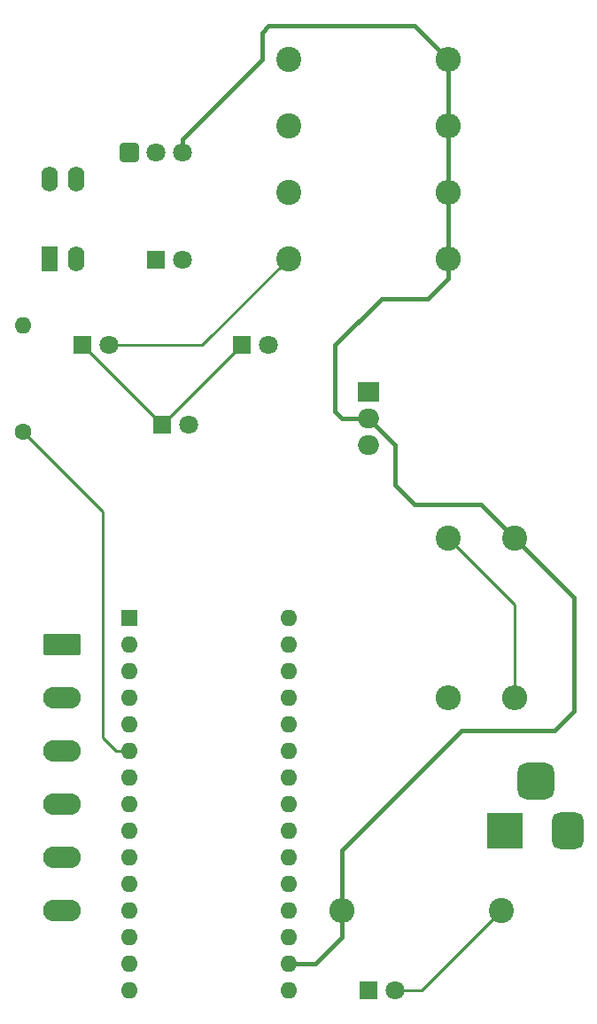
<source format=gbr>
%TF.GenerationSoftware,KiCad,Pcbnew,(5.99.0-10388-g9b1890606d)*%
%TF.CreationDate,2021-05-08T21:36:09-04:00*%
%TF.ProjectId,LexaBlaster,4c657861-426c-4617-9374-65722e6b6963,rev?*%
%TF.SameCoordinates,Original*%
%TF.FileFunction,Copper,L1,Top*%
%TF.FilePolarity,Positive*%
%FSLAX46Y46*%
G04 Gerber Fmt 4.6, Leading zero omitted, Abs format (unit mm)*
G04 Created by KiCad (PCBNEW (5.99.0-10388-g9b1890606d)) date 2021-05-08 21:36:09*
%MOMM*%
%LPD*%
G01*
G04 APERTURE LIST*
G04 Aperture macros list*
%AMRoundRect*
0 Rectangle with rounded corners*
0 $1 Rounding radius*
0 $2 $3 $4 $5 $6 $7 $8 $9 X,Y pos of 4 corners*
0 Add a 4 corners polygon primitive as box body*
4,1,4,$2,$3,$4,$5,$6,$7,$8,$9,$2,$3,0*
0 Add four circle primitives for the rounded corners*
1,1,$1+$1,$2,$3*
1,1,$1+$1,$4,$5*
1,1,$1+$1,$6,$7*
1,1,$1+$1,$8,$9*
0 Add four rect primitives between the rounded corners*
20,1,$1+$1,$2,$3,$4,$5,0*
20,1,$1+$1,$4,$5,$6,$7,0*
20,1,$1+$1,$6,$7,$8,$9,0*
20,1,$1+$1,$8,$9,$2,$3,0*%
G04 Aperture macros list end*
%TA.AperFunction,ComponentPad*%
%ADD10R,2.000000X1.905000*%
%TD*%
%TA.AperFunction,ComponentPad*%
%ADD11O,2.000000X1.905000*%
%TD*%
%TA.AperFunction,ComponentPad*%
%ADD12R,1.600000X2.400000*%
%TD*%
%TA.AperFunction,ComponentPad*%
%ADD13O,1.600000X2.400000*%
%TD*%
%TA.AperFunction,ComponentPad*%
%ADD14RoundRect,0.250200X-0.649800X-0.649800X0.649800X-0.649800X0.649800X0.649800X-0.649800X0.649800X0*%
%TD*%
%TA.AperFunction,ComponentPad*%
%ADD15C,1.800000*%
%TD*%
%TA.AperFunction,ComponentPad*%
%ADD16C,1.600000*%
%TD*%
%TA.AperFunction,ComponentPad*%
%ADD17O,1.600000X1.600000*%
%TD*%
%TA.AperFunction,ComponentPad*%
%ADD18R,3.500000X3.500000*%
%TD*%
%TA.AperFunction,ComponentPad*%
%ADD19RoundRect,0.750000X0.750000X1.000000X-0.750000X1.000000X-0.750000X-1.000000X0.750000X-1.000000X0*%
%TD*%
%TA.AperFunction,ComponentPad*%
%ADD20RoundRect,0.875000X0.875000X0.875000X-0.875000X0.875000X-0.875000X-0.875000X0.875000X-0.875000X0*%
%TD*%
%TA.AperFunction,ComponentPad*%
%ADD21C,2.400000*%
%TD*%
%TA.AperFunction,ComponentPad*%
%ADD22O,2.400000X2.400000*%
%TD*%
%TA.AperFunction,ComponentPad*%
%ADD23R,1.800000X1.800000*%
%TD*%
%TA.AperFunction,ComponentPad*%
%ADD24RoundRect,0.249999X-1.550001X0.790001X-1.550001X-0.790001X1.550001X-0.790001X1.550001X0.790001X0*%
%TD*%
%TA.AperFunction,ComponentPad*%
%ADD25O,3.600000X2.080000*%
%TD*%
%TA.AperFunction,ComponentPad*%
%ADD26R,1.600000X1.600000*%
%TD*%
%TA.AperFunction,Conductor*%
%ADD27C,0.400000*%
%TD*%
%TA.AperFunction,Conductor*%
%ADD28C,0.250000*%
%TD*%
G04 APERTURE END LIST*
D10*
%TO.P,U2,1,ADJ*%
%TO.N,Net-(R1-Pad2)*%
X161290000Y-80010000D03*
D11*
%TO.P,U2,2,VO*%
%TO.N,+3V3*%
X161290000Y-82550000D03*
%TO.P,U2,3,VI*%
%TO.N,Net-(J2-Pad1)*%
X161290000Y-85090000D03*
%TD*%
D12*
%TO.P,Q1,1,D*%
%TO.N,Net-(D1-Pad1)*%
X130810000Y-67310000D03*
D13*
X133350000Y-67310000D03*
%TO.P,Q1,2,G*%
%TO.N,Net-(Q1-Pad2)*%
X133350000Y-59690000D03*
%TO.P,Q1,3,S*%
%TO.N,GND*%
X130810000Y-59690000D03*
%TD*%
D14*
%TO.P,U1,1,OUT*%
%TO.N,Net-(A1-Pad5)*%
X138430000Y-57150000D03*
D15*
%TO.P,U1,2,GND*%
%TO.N,GND*%
X140970000Y-57150000D03*
%TO.P,U1,3,Vs*%
%TO.N,+3V3*%
X143510000Y-57150000D03*
%TD*%
D16*
%TO.P,R8,1*%
%TO.N,Net-(A1-Pad6)*%
X128270000Y-83820000D03*
D17*
%TO.P,R8,2*%
%TO.N,Net-(Q1-Pad2)*%
X128270000Y-73660000D03*
%TD*%
D18*
%TO.P,J2,1*%
%TO.N,Net-(J2-Pad1)*%
X174340000Y-121920000D03*
D19*
%TO.P,J2,2*%
%TO.N,GND*%
X180340000Y-121920000D03*
D20*
%TO.P,J2,3*%
%TO.N,N/C*%
X177340000Y-117220000D03*
%TD*%
D21*
%TO.P,R5,1*%
%TO.N,Net-(D2-Pad2)*%
X153670000Y-67310000D03*
D22*
%TO.P,R5,2*%
%TO.N,+3V3*%
X168910000Y-67310000D03*
%TD*%
D23*
%TO.P,D5,1,K*%
%TO.N,GND*%
X161290000Y-137160000D03*
D15*
%TO.P,D5,2,A*%
%TO.N,Net-(D5-Pad2)*%
X163830000Y-137160000D03*
%TD*%
D21*
%TO.P,R1,1*%
%TO.N,+3V3*%
X175260000Y-93980000D03*
D22*
%TO.P,R1,2*%
%TO.N,Net-(R1-Pad2)*%
X175260000Y-109220000D03*
%TD*%
D24*
%TO.P,J1,1,Pin_1*%
%TO.N,Net-(A1-Pad7)*%
X132047500Y-104140000D03*
D25*
%TO.P,J1,2,Pin_2*%
%TO.N,Net-(A1-Pad8)*%
X132047500Y-109220000D03*
%TO.P,J1,3,Pin_3*%
%TO.N,Net-(A1-Pad9)*%
X132047500Y-114300000D03*
%TO.P,J1,4,Pin_4*%
%TO.N,Net-(A1-Pad10)*%
X132047500Y-119380000D03*
%TO.P,J1,5,Pin_5*%
%TO.N,Net-(A1-Pad11)*%
X132047500Y-124460000D03*
%TO.P,J1,6,Pin_6*%
%TO.N,Net-(A1-Pad12)*%
X132047500Y-129540000D03*
%TD*%
D23*
%TO.P,D1,1,K*%
%TO.N,Net-(D1-Pad1)*%
X149225000Y-75565000D03*
D15*
%TO.P,D1,2,A*%
%TO.N,Net-(D1-Pad2)*%
X151765000Y-75565000D03*
%TD*%
D23*
%TO.P,D4,1,K*%
%TO.N,Net-(D1-Pad1)*%
X141605000Y-83185000D03*
D15*
%TO.P,D4,2,A*%
%TO.N,Net-(D4-Pad2)*%
X144145000Y-83185000D03*
%TD*%
D21*
%TO.P,R2,1*%
%TO.N,Net-(D3-Pad2)*%
X153670000Y-48260000D03*
D22*
%TO.P,R2,2*%
%TO.N,+3V3*%
X168910000Y-48260000D03*
%TD*%
D26*
%TO.P,A1,1,D1/TX*%
%TO.N,N/C*%
X138430000Y-101600000D03*
D17*
%TO.P,A1,2,D0/RX*%
X138430000Y-104140000D03*
%TO.P,A1,3,~RESET*%
X138430000Y-106680000D03*
%TO.P,A1,4,GND*%
%TO.N,GND*%
X138430000Y-109220000D03*
%TO.P,A1,5,D2*%
%TO.N,Net-(A1-Pad5)*%
X138430000Y-111760000D03*
%TO.P,A1,6,D3*%
%TO.N,Net-(A1-Pad6)*%
X138430000Y-114300000D03*
%TO.P,A1,7,D4*%
%TO.N,Net-(A1-Pad7)*%
X138430000Y-116840000D03*
%TO.P,A1,8,D5*%
%TO.N,Net-(A1-Pad8)*%
X138430000Y-119380000D03*
%TO.P,A1,9,D6*%
%TO.N,Net-(A1-Pad9)*%
X138430000Y-121920000D03*
%TO.P,A1,10,D7*%
%TO.N,Net-(A1-Pad10)*%
X138430000Y-124460000D03*
%TO.P,A1,11,D8*%
%TO.N,Net-(A1-Pad11)*%
X138430000Y-127000000D03*
%TO.P,A1,12,D9*%
%TO.N,Net-(A1-Pad12)*%
X138430000Y-129540000D03*
%TO.P,A1,13,D10*%
%TO.N,N/C*%
X138430000Y-132080000D03*
%TO.P,A1,14,D11*%
X138430000Y-134620000D03*
%TO.P,A1,15,D12*%
X138430000Y-137160000D03*
%TO.P,A1,16,D13*%
X153670000Y-137160000D03*
%TO.P,A1,17,3V3*%
%TO.N,+3V3*%
X153670000Y-134620000D03*
%TO.P,A1,18,AREF*%
%TO.N,N/C*%
X153670000Y-132080000D03*
%TO.P,A1,19,A0*%
X153670000Y-129540000D03*
%TO.P,A1,20,A1*%
X153670000Y-127000000D03*
%TO.P,A1,21,A2*%
X153670000Y-124460000D03*
%TO.P,A1,22,A3*%
X153670000Y-121920000D03*
%TO.P,A1,23,A4*%
X153670000Y-119380000D03*
%TO.P,A1,24,A5*%
X153670000Y-116840000D03*
%TO.P,A1,25,A6*%
X153670000Y-114300000D03*
%TO.P,A1,26,A7*%
X153670000Y-111760000D03*
%TO.P,A1,27,+5V*%
X153670000Y-109220000D03*
%TO.P,A1,28,~RESET*%
X153670000Y-106680000D03*
%TO.P,A1,29,GND*%
%TO.N,GND*%
X153670000Y-104140000D03*
%TO.P,A1,30,VIN*%
%TO.N,N/C*%
X153670000Y-101600000D03*
%TD*%
D21*
%TO.P,R7,1*%
%TO.N,Net-(D5-Pad2)*%
X173990000Y-129540000D03*
D22*
%TO.P,R7,2*%
%TO.N,+3V3*%
X158750000Y-129540000D03*
%TD*%
D21*
%TO.P,R4,1*%
%TO.N,Net-(D1-Pad2)*%
X153670000Y-60960000D03*
D22*
%TO.P,R4,2*%
%TO.N,+3V3*%
X168910000Y-60960000D03*
%TD*%
D23*
%TO.P,D3,1,K*%
%TO.N,Net-(D1-Pad1)*%
X141040001Y-67410001D03*
D15*
%TO.P,D3,2,A*%
%TO.N,Net-(D3-Pad2)*%
X143580001Y-67410001D03*
%TD*%
D21*
%TO.P,R6,1*%
%TO.N,Net-(R1-Pad2)*%
X168910000Y-93980000D03*
D22*
%TO.P,R6,2*%
%TO.N,GND*%
X168910000Y-109220000D03*
%TD*%
D23*
%TO.P,D2,1,K*%
%TO.N,Net-(D1-Pad1)*%
X133985000Y-75565000D03*
D15*
%TO.P,D2,2,A*%
%TO.N,Net-(D2-Pad2)*%
X136525000Y-75565000D03*
%TD*%
D21*
%TO.P,R3,1*%
%TO.N,Net-(D4-Pad2)*%
X153670000Y-54610000D03*
D22*
%TO.P,R3,2*%
%TO.N,+3V3*%
X168910000Y-54610000D03*
%TD*%
D27*
%TO.N,+3V3*%
X158750000Y-132080000D02*
X156210000Y-134620000D01*
X158750000Y-129540000D02*
X158750000Y-132080000D01*
X156210000Y-134620000D02*
X153670000Y-134620000D01*
X170180000Y-112395000D02*
X158750000Y-123825000D01*
X179070000Y-112395000D02*
X170180000Y-112395000D01*
X180975000Y-110490000D02*
X179070000Y-112395000D01*
X180975000Y-99695000D02*
X180975000Y-110490000D01*
X158750000Y-123825000D02*
X158750000Y-129540000D01*
X175260000Y-93980000D02*
X180975000Y-99695000D01*
X151130000Y-45720000D02*
X151765000Y-45085000D01*
X151130000Y-48257208D02*
X151130000Y-45720000D01*
X143510000Y-55877208D02*
X151130000Y-48257208D01*
X151765000Y-45085000D02*
X165735000Y-45085000D01*
X143510000Y-57150000D02*
X143510000Y-55877208D01*
X165735000Y-45085000D02*
X168910000Y-48260000D01*
X168910000Y-48260000D02*
X168910000Y-67310000D01*
X162560000Y-71120000D02*
X167005000Y-71120000D01*
X158750000Y-82550000D02*
X158115000Y-81915000D01*
X167005000Y-71120000D02*
X168910000Y-69215000D01*
X168910000Y-69215000D02*
X168910000Y-67310000D01*
X161290000Y-82550000D02*
X158750000Y-82550000D01*
X158115000Y-81915000D02*
X158115000Y-75565000D01*
X158115000Y-75565000D02*
X162560000Y-71120000D01*
X163830000Y-88900000D02*
X165735000Y-90805000D01*
X161290000Y-82550000D02*
X163830000Y-85090000D01*
X163830000Y-85090000D02*
X163830000Y-88900000D01*
X172085000Y-90805000D02*
X175260000Y-93980000D01*
X165735000Y-90805000D02*
X172085000Y-90805000D01*
D28*
%TO.N,Net-(D1-Pad1)*%
X149225000Y-75565000D02*
X141605000Y-83185000D01*
X141605000Y-83185000D02*
X133985000Y-75565000D01*
%TO.N,Net-(D2-Pad2)*%
X145415000Y-75565000D02*
X136525000Y-75565000D01*
X153670000Y-67310000D02*
X145415000Y-75565000D01*
%TO.N,Net-(A1-Pad6)*%
X135890000Y-113030000D02*
X137160000Y-114300000D01*
X128270000Y-83820000D02*
X135890000Y-91440000D01*
X135890000Y-91440000D02*
X135890000Y-113030000D01*
X137160000Y-114300000D02*
X138430000Y-114300000D01*
%TO.N,Net-(D5-Pad2)*%
X173990000Y-129540000D02*
X166370000Y-137160000D01*
X166370000Y-137160000D02*
X163830000Y-137160000D01*
%TO.N,Net-(R1-Pad2)*%
X175260000Y-109220000D02*
X175260000Y-100330000D01*
X175260000Y-100330000D02*
X168910000Y-93980000D01*
%TD*%
M02*

</source>
